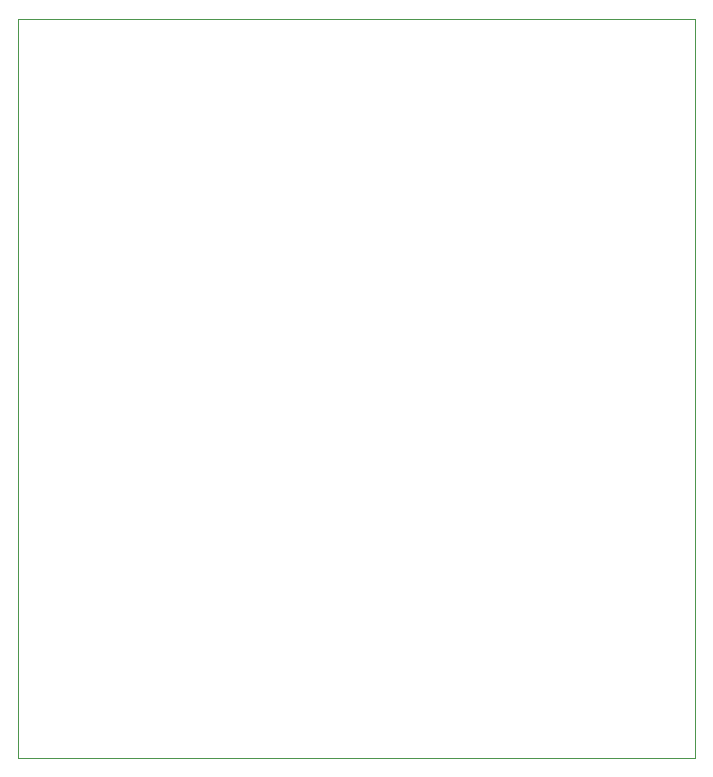
<source format=gbr>
%TF.GenerationSoftware,KiCad,Pcbnew,7.0.9-1.fc39*%
%TF.CreationDate,2023-11-27T00:10:33-03:00*%
%TF.ProjectId,TapBeerFlowControl_hardware,54617042-6565-4724-966c-6f77436f6e74,rev?*%
%TF.SameCoordinates,Original*%
%TF.FileFunction,Profile,NP*%
%FSLAX46Y46*%
G04 Gerber Fmt 4.6, Leading zero omitted, Abs format (unit mm)*
G04 Created by KiCad (PCBNEW 7.0.9-1.fc39) date 2023-11-27 00:10:33*
%MOMM*%
%LPD*%
G01*
G04 APERTURE LIST*
%TA.AperFunction,Profile*%
%ADD10C,0.100000*%
%TD*%
G04 APERTURE END LIST*
D10*
X110460000Y-26740000D02*
X167850000Y-26740000D01*
X167850000Y-89320000D01*
X110460000Y-89320000D01*
X110460000Y-26740000D01*
M02*

</source>
